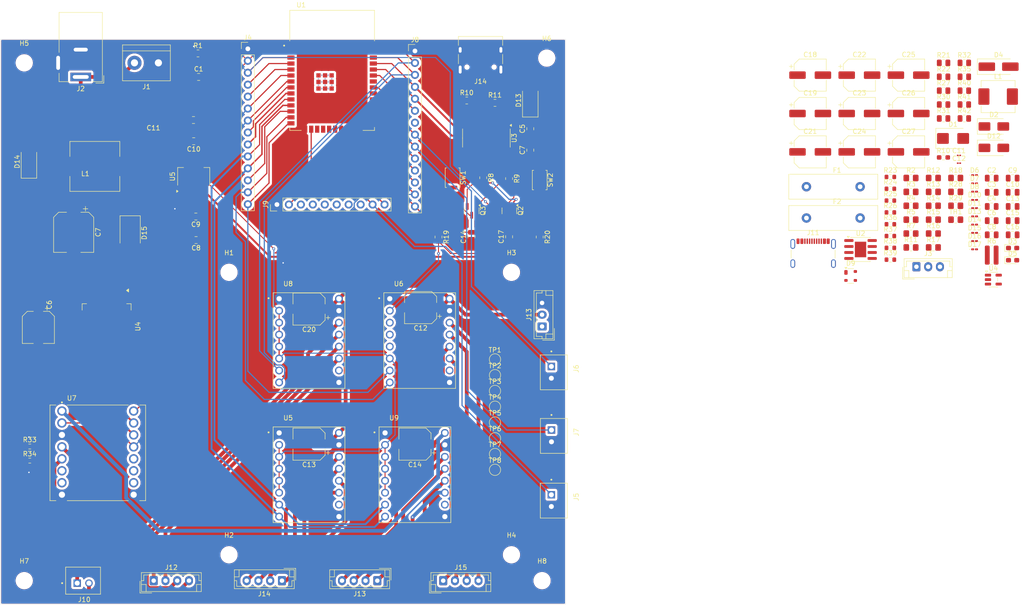
<source format=kicad_pcb>
(kicad_pcb (version 20241229) (generator "pcbnew") (generator_version "9.0")
  (layers (0 "F.Cu" signal) (2 "B.Cu" signal) (13 "F.Paste" user) (15 "B.Paste" user) (5 "F.SilkS" user "F.Silkscreen") (7 "B.SilkS" user "B.Silkscreen") (1 "F.Mask" user) (3 "B.Mask" user) (25 "Edge.Cuts" user))
  (net 0 "")
  (net 1 "GND")
  (net 2 "/EN")
  (net 3 "/3V3")
  (net 4 "/12V_R")
  (net 5 "/0")
  (net 6 "Net-(D14-K)")
  (net 7 "/5V")
  (net 8 "Net-(C3-Pad2)")
  (net 9 "/12V_P")
  (net 10 "/VBUSC")
  (net 11 "/12V")
  (net 12 "Net-(D15-K)")
  (net 13 "/25")
  (net 14 "/12")
  (net 15 "/14")
  (net 16 "/39")
  (net 17 "/36")
  (net 18 "/35")
  (net 19 "/27")
  (net 20 "/32")
  (net 21 "/26")
  (net 22 "/33")
  (net 23 "/34")
  (net 24 "/23")
  (net 25 "/21")
  (net 26 "/TXD")
  (net 27 "Net-(U2-COMP)")
  (net 28 "/22")
  (net 29 "/4")
  (net 30 "/18")
  (net 31 "/16")
  (net 32 "/17")
  (net 33 "/19")
  (net 34 "/RXD")
  (net 35 "/5")
  (net 36 "Net-(D4-K)")
  (net 37 "Net-(U2-BST)")
  (net 38 "Net-(U3-V3)")
  (net 39 "/2")
  (net 40 "/5V_R")
  (net 41 "Net-(C10-Pad1)")
  (net 42 "/15")
  (net 43 "Net-(C11-Pad1)")
  (net 44 "/13")
  (net 45 "/SM2_A1")
  (net 46 "/SM2_B1")
  (net 47 "/SM2_A2")
  (net 48 "/SM2_B2")
  (net 49 "/SM3_B2")
  (net 50 "/SM3_B1")
  (net 51 "/SM3_A1")
  (net 52 "/SM3_A2")
  (net 53 "/SM4_B1")
  (net 54 "/SM4_B2")
  (net 55 "/SM4_A1")
  (net 56 "/SM4_A2")
  (net 57 "/SM1_A2")
  (net 58 "/SM1_A1")
  (net 59 "/SM1_B2")
  (net 60 "/SM1_B1")
  (net 62 "/CC1")
  (net 63 "/DN1")
  (net 64 "/CC2")
  (net 65 "/DP1")
  (net 66 "/~{RTS}")
  (net 67 "Net-(C12-Pad1)")
  (net 68 "Net-(Q2-Pad1)")
  (net 69 "/~{DTR}")
  (net 70 "Net-(U10-VCC)")
  (net 71 "Net-(U11-VCC)")
  (net 72 "Net-(D1-K)")
  (net 73 "Net-(D2-K)")
  (net 74 "Net-(D3-K)")
  (net 75 "Net-(D5-K)")
  (net 76 "Net-(D6-A)")
  (net 77 "Net-(D7-A)")
  (net 78 "Net-(D8-A)")
  (net 79 "/M1A")
  (net 80 "/M1B")
  (net 89 "/D-")
  (net 92 "/VBUS")
  (net 93 "/D+")
  (net 94 "Net-(D10-A)")
  (net 95 "/Any GPIO")
  (net 98 "Net-(D11-A)")
  (net 99 "Net-(D12-K)")
  (net 100 "Net-(D13-A)")
  (net 101 "Net-(D14-A)")
  (net 102 "Net-(D15-A)")
  (net 103 "Net-(D16-A)")
  (net 104 "Net-(D17-A)")
  (net 106 "Net-(J3-Pin_3)")
  (net 114 "Net-(J11-CC1)")
  (net 115 "Net-(J11-CC2)")
  (net 118 "Net-(Q3-Pad1)")
  (net 119 "/EN_SR")
  (net 120 "Net-(U2-FREQ)")
  (net 121 "Net-(Q1-G)")
  (net 122 "/FB")
  (net 123 "/LS_2")
  (net 124 "/LS_3")
  (net 125 "/LS_1")
  (net 126 "/3.3V")
  (net 127 "/M1_S")
  (net 128 "Net-(U6-STEP)")
  (net 129 "/M1_D")
  (net 130 "Net-(U6-DIR)")
  (net 131 "/M3{slash}4_S")
  (net 132 "Net-(U5-STEP)")
  (net 133 "/M3{slash}4_D")
  (net 134 "Net-(U5-DIR)")
  (net 135 "Net-(U7-AI1)")
  (net 136 "Net-(U7-AI2)")
  (net 137 "/M2_S")
  (net 138 "Net-(U9-STEP)")
  (net 139 "Net-(U9-DIR)")
  (net 140 "Net-(U8-STEP)")
  (net 141 "Net-(U8-DIR)")
  (net 142 "/M2_D")
  (footprint "Resistor_SMD:R_0805_2012Metric_Pad1.20x1.40mm_HandSolder" (layer "F.Cu") (at 243.3725 85.365)
    (property "Reference" "R4")
    (property "Value" "100k")
  )
  (footprint "Motor Drivers:MODULE_ROB-14450" (layer "F.Cu") (at 70.626 137.85)
    (property "Reference" "U7")
    (property "Value" "TB6612FNG H-bridge Motor Driver")
  )
  (footprint "TestPoint:TestPoint_Pad_D2.0mm" (layer "F.Cu") (at 155 128.05)
    (property "Reference" "TP4")
    (property "Value" "TP")
  )
  (footprint "Resistor_SMD:R_0805_2012Metric" (layer "F.Cu") (at 149 63)
    (property "Reference" "R10")
    (property "Value" "5.1K")
  )
  (footprint "Capacitor_SMD:C_0805_2012Metric" (layer "F.Cu") (at 260.5125 88.525)
    (property "Reference" "C6")
    (property "Value" "NS")
  )
  (footprint "Diode_SMD:D_SMB" (layer "F.Cu") (at 252.3075 71.065)
    (property "Reference" "D1")
    (property "Value" "SS34")
  )
  (footprint "DRV8825_STEPPER_MOTOR_DRIVER_CARRIER (1):IC_DRV8825_STEPPER_MOTOR_DRIVER_CARRIER" (layer "F.Cu") (at 138 142.5)
    (property "Reference" "U9")
    (property "Value" "DRV8825_STEPPER_MOTOR_DRIVER_CARRIER")
  )
  (footprint "Capacitor_SMD:C_0805_2012Metric" (layer "F.Cu") (at 264.9625 85.515)
    (property "Reference" "C13")
    (property "Value" "0.1uF")
  )
  (footprint "LED_SMD:LED_0603_1608Metric_Pad1.05x0.95mm_HandSolder" (layer "F.Cu") (at 264.9575 94.335)
    (property "Reference" "D3")
    (property "Value" "LED")
  )
  (footprint "Package_TO_SOT_SMD:SOT-23" (layer "F.Cu") (at 150.05 86.4375 -90)
    (property "Reference" "Q3")
    (property "Value" "SS8050")
  )
  (footprint "2 Pin JST_Power&Motors:JST_B2B-XH-A_LF__SN_" (layer "F.Cu") (at 167.5 148 -90)
    (property "Reference" "J5")
    (property "Value" "B2B-XH-A_LF__SN_")
  )
  (footprint "Resistor_SMD:R_0805_2012Metric" (layer "F.Cu") (at 254.7025 55.015)
    (property "Reference" "R32")
    (property "Value" "600")
  )
  (footprint "TestPoint:TestPoint_Pad_D2.0mm" (layer "F.Cu") (at 155 121.35)
    (property "Reference" "TP2")
    (property "Value" "TP")
  )
  (footprint "Connector_JST:JST_EH_B4B-EH-A_1x04_P2.50mm_Vertical" (layer "F.Cu") (at 109.75 165 180)
    (property "Reference" "J14")
    (property "Value" "Conn_01x04_Pin")
  )
  (footprint "Diode_SMD:D_SMA" (layer "F.Cu") (at 260.9775 73.065)
    (property "Reference" "D12")
    (property "Value" "SS14")
  )
  (footprint "Resistor_SMD:R_0805_2012Metric" (layer "F.Cu") (at 254.7025 63.865)
    (property "Reference" "R41")
    (property "Value" "600")
  )
  (footprint "Resistor_SMD:R_0805_2012Metric" (layer "F.Cu") (at 254.7025 60.915)
    (property "Reference" "R40")
    (property "Value" "600")
  )
  (footprint "Resistor_SMD:R_0805_2012Metric_Pad1.20x1.40mm_HandSolder" (layer "F.Cu") (at 248.1225 79.465)
    (property "Reference" "R12")
    (property "Value" "40.2k")
  )
  (footprint "MountingHole:MountingHole_3.2mm_M3" (layer "F.Cu") (at 165 165)
    (property "Reference" "H8")
    (property "Value" "MountingHole")
  )
  (footprint "LED_SMD:LED_0201_0603Metric_Pad0.64x0.40mm_HandSolder" (layer "F.Cu") (at 256.8825 89.365)
    (property "Reference" "D14")
    (property "Value" "Y_LED")
  )
  (footprint "Resistor_SMD:R_0805_2012Metric" (layer "F.Cu") (at 250.2925 60.915)
    (property "Reference" "R27")
    (property "Value" "150")
  )
  (footprint "Capacitor_SMD:C_0805_2012Metric" (layer "F.Cu") (at 264.9625 91.535)
    (property "Reference" "C16")
    (property "Value" "4.7uF")
  )
  (footprint "Capacitor_SMD:CP_Elec_6.3x7.7" (layer "F.Cu") (at 232.4125 65.765)
    (property "Reference" "C23")
    (property "Value" "100n")
  )
  (footprint "MountingHole:MountingHole_3.2mm_M3" (layer "F.Cu") (at 158.5 99.5)
    (property "Reference" "H3")
    (property "Value" "MountingHole")
  )
  (footprint "2 Pin JST_Power&Motors:JST_B2B-XH-A_LF__SN_" (layer "F.Cu") (at 167.5 120.75 -90)
    (property "Reference" "J6")
    (property "Value" "B2B-XH-A_LF__SN_")
  )
  (footprint "Resistor_SMD:R_0805_2012Metric" (layer "F.Cu") (at 155 63.5)
    (property "Reference" "R11")
    (property "Value" "5.1K")
  )
  (footprint "Resistor_SMD:R_0603_1608Metric" (layer "F.Cu") (at 238.9925 84.265)
    (property "Reference" "R25")
    (property "Value" "100")
  )
  (footprint "Resistor_SMD:R_0603_1608Metric" (layer "F.Cu") (at 238.9925 96.815)
    (property "Reference" "R39")
    (property "Value" "100")
  )
  (footprint "2 Pin JST_Power&Motors:JST_B2B-XH-A_LF__SN_" (layer "F.Cu") (at 67.5 165)
    (property "Reference" "J10")
    (property "Value" "B2B-XH-A_LF__SN_")
  )
  (footprint "Resistor_SMD:R_0805_2012Metric_Pad1.20x1.40mm_HandSolder" (layer "F.Cu") (at 248.1225 88.315)
    (property "Reference" "R15")
    (property "Value" "1K")
  )
  (footprint "Capacitor_SMD:C_0805_2012Metric" (layer "F.Cu") (at 264.9625 79.495)
    (property "Reference" "C9")
    (property "Value" "1uF")
  )
  (footprint "Capacitor_SMD:C_0805_2012Metric" (layer "F.Cu") (at 92.05 58)
    (property "Reference" "C1")
    (property "Value" "0.1uF")
  )
  (footprint "MountingHole:MountingHole_3.2mm_M3" (layer "F.Cu") (at 166 54)
    (property "Reference" "H6")
    (property "Value" "MountingHole")
  )
  (footprint "TestPoint:TestPoint_Pad_D2.0mm" (layer "F.Cu") (at 155 141.45)
    (property "Reference" "TP8")
    (property "Value" "TP")
  )
  (footprint "Capacitor_SMD:C_0805_2012Metric" (layer "F.Cu") (at 260.5125 85.515)
    (property "Reference" "C4")
    (property "Value" "100nF")
  )
  (footprint "Capacitor_SMD:C_0805_2012Metric" (layer "F.Cu") (at 91 71.65 180)
    (property "Reference" "C10")
    (property "Value" "0.1uF")
  )
  (footprint "Resistor_SMD:R_0603_1608Metric" (layer "F.Cu") (at 238.9925 79.245)
    (property "Reference" "R23")
    (property "Value" "100")
  )
  (footprint "Connector_PinHeader_2.54mm:PinHeader_1x10_P2.54mm_Vertical" (layer "F.Cu") (at 108.68 85.1 90)
    (property "Reference" "J9")
    (property "Value" "Conn_01x10" (hide yes))
  )
  (footprint "Capacitor_SMD:C_0805_2012Metric" (layer "F.Cu") (at 158 91.95 90)
    (property "Reference" "C17")
    (property "Value" "0.1uF")
  )
  (footprint "MountingHole:MountingHole_3.2mm_M3" (layer "F.Cu") (at 55 165)
    (property "Reference" "H7")
    (property "Value" "MountingHole")
  )
  (footprint "Capacitor_SMD:CP_Elec_6.3x7.7" (layer "F.Cu") (at 58 111.2 -90)
    (property "Reference" "C6")
    (property "Value" "100uF")
  )
  (footprint "Capacitor_SMD:C_0805_2012Metric" (layer "F.Cu") (at 162.5 73.55 90)
    (property "Reference" "C7")
    (property "Value" "0.1uF")
  )
  (footprint "Resistor_SMD:R_0603_1608Metric" (layer "F.Cu") (at 238.9925 94.305)
    (property "Reference" "R38")
    (property "Value" "100")
  )
  (footprint "TestPoint:TestPoint_Pad_D2.0mm" (layer "F.Cu") (at 155 131.4)
    (property "Reference" "TP5")
    (property "Value" "TP")
  )
  (footprint "Capacitor_SMD:CP_Elec_6.3x7.7" (layer "F.Cu") (at 242.8625 57.615)
    (property "Reference" "C25")
    (property "Value" "470u")
  )
  (footprint "MountingHole:MountingHole_3.2mm_M3" (layer "F.Cu") (at 98.5 99.5)
    (property "Reference" "H1")
    (property "Value" "MountingHole")
  )
  (footprint "Connector_PinHeader_2.54mm:PinHeader_1x14_P2.54mm_Vertical" (layer "F.Cu") (at 102.5 52.02)
    (property "Reference" "J4")
    (property "Value" "Conn_01x14")
  )
  (footprint "Diode_SMD:D_SMA" (layer "F.Cu") (at 260.9775 68.515)
    (property "Reference" "D2")
    (property "Value" "SS14")
  )
  (footprint "Capacitor_SMD:CP_Elec_6.3x7.7" (layer "F.Cu") (at 232.4125 57.615)
    (property "Reference" "C22")
    (property "Value" "100n")
  )
  (footprint "Capacitor_SMD:C_01005_0402Metric" (layer "F.Cu") (at 253.5625 74.665)
    (property "Reference" "C11")
    (property "Value" "100nF")
  )
  (footprint "LED_SMD:LED_0603_1608Metric_Pad1.05x0.95mm_HandSolder" (layer "F.Cu") (at 264.9575 96.925)
    (property "Reference" "D5")
    (property "Value" "LED")
  )
  (footprint "Resistor_SMD:R_0805_2012Metric" (layer "F.Cu") (at 158 79.5875 -90)
    (property "Reference" "R9")
    (property "Value" "10K")
  )
  (footprint "Resistor_SMD:R_0603_1608Metric" (layer "F.Cu") (at 238.9925 91.795)
    (property "Reference" "R37")
    (property "Value" "100")
  )
  (footprint "Package_TO_SOT_SMD:SOT-23-5" (layer "F.Cu") (at 260.8625 101.05)
    (property "Reference" "U4")
    (property "Value" "TLV75733PDBV")
  )
  (footprint "2 Pin JST_Power&Motors:JST_B2B-XH-A_LF__SN_" (layer "F.Cu") (at 167.525 134.25 -90)
    (property "Reference" "J7")
    (property "Value" "B2B-XH-A_LF__SN_")
  )
  (footprint "Capacitor_SMD:CP_Elec_6.3x7.7" (layer "F.Cu") (at 221.9625 65.765)
    (property "Reference" "C19")
    (property "Value" "100n")
  )
  (footprint "Resistor_SMD:R_0805_2012Metric_Pad1.20x1.40mm_HandSolder" (layer "F.Cu") (at 243.3725 94.215)
    (property "Reference" "R11")
    (property "Value" "210k")
  )
  (footprint "Capacitor_SMD:C_0805_2012Metric" (layer "F.Cu") (at 91.45 87.65 180)
    (property "Reference" "C9")
    (property "Value" "0.1uF")
  )
  (footprint "Diode_SMD:D_SMB" (layer "F.Cu") (at 77.5 91.15 -90)
    (property "Reference" "D15")
    (property "Value" "SS34")
  )
  (footprint "Resistor_SMD:R_0603_1608Metric" (layer "F.Cu") (at 238.9925 86.775)
    (property "Reference" "R26")
    (property "Value" "100")
  )
  (footprint "LED_SMD:LED_0201_0603Metric_Pad0.64x0.40mm_HandSolder" (layer "F.Cu") (at 256.8825 82.365)
    (property "Reference" "D8")
    (property "Value" "B_LED")
  )
  (footprint "Resistor_SMD:R_0805_2012Metric_Pad1.20x1.40mm_HandSolder" (layer "F.Cu") (at 243.3725 88.315)
    (property "Reference" "R5")
    (property "Value" "100k")
  )
  (footprint "Resistor_SMD:R_0805_2012Metric_Pad1.20x1.40mm_HandSolder" (layer "F.Cu") (at 243.3725 91.265)
    (property "Reference" "R7")
    (property "Value" "1.2k")
  )
  (footprint "Resistor_SMD:R_0815_2038Metric" (layer "F.Cu") (at 260.5125 95.845)
    (property "Reference" "R6")
    (property "Value" "10k")
  )
  (footprint "LED_SMD:LED_0201_0603Metric_Pad0.64x0.40mm_HandSolder" (layer "F.Cu") (at 256.8825 80.615)
    (property "Reference" "D7")
    (property "Value" "G_LED")
  )
  (footprint "TestPoint:TestPoint_Pad_D2.0mm" (layer "F.Cu") (at 155 118)
    (property "Reference" "TP1")
    (property "Value" "TP")
  )
  (footprint "Package_SO:SOIC-8-1EP_3.9x4.9mm_P1.27mm_EP2.41x3.3mm" (layer "F.Cu") (at 232.6525 94.65)
    (property "Reference" "U2")
    (property "Value" "MP1584")
  )
  (footprint "Resistor_SMD:R_0805_2012Metric_Pad1.20x1.40mm_HandSolder" (layer "F.Cu") (at 248.1225 94.215)
    (property "Reference" "R17")
    (property "Value" "10K")
  )
  (footprint "Connector_JST:JST_EH_B4B-EH-A_1x04_P2.50mm_Vertical" (layer "F.Cu") (at 144 165)
    (property "Reference" "J15")
    (property "Value" "Conn_01x04_Pin")
  )
  (footprint "MountingHole:MountingHole_3.2mm_M3" (layer "F.Cu") (at 55 55)
    (property "Reference" "H5")
    (property "Value" "MountingHole")
  )
  (footprint "LED_SMD:LED_0201_0603Metric_Pad0.64x0.40mm_HandSolder" (layer "F.Cu") (at 256.8825 94.615)
    (property "Reference" "D17")
    (property "Value" "Y_LED")
  )
  (footprint "Package_TO_SOT_SMD:TO-263-5_TabPin3" (layer "F.Cu") (at 72.5 111 -90)
    (property "Reference" "U4")
    (property "Value" "LM2576S-5")
  )
  (footprint "Package_TO_SOT_SMD:SOT-23" (layer "F.Cu") (at 158.05 86.4375 -90)
    (property "Reference" "Q2")
    (property "Value" "SS8050")
  )
  (footprint "ESP32-WROOM:XCVR_ESP32-WROOM-32E__4MB_HIGH_TEMP_" (layer "F.Cu") (at 120.405 56.6)
    (property "Reference" "U1")
    (property "Value" "ESP32-WROOM-32E" (hide yes))
  )
  (footprint "LED_SMD:LED_0201_0603Metric_Pad0.64x0.40mm_HandSolder" (layer "F.Cu") (at 256.8825 85.865)
    (property "Reference" "D11")
    (property "Value" "Y_LED")
  )
  (footprint "LED_SMD:LED_0201_0603Metric_Pad0.64x0.40mm_HandSolder" (layer "F.Cu") (at 256.8825 84.115)
    (property "Reference" "D10")
    (property "Value" "B_LED")
  )
  (footprint "Connector_JST:JST_EH_B4B-EH-A_1x04_P2.50mm_Vertical" (layer "F.Cu") (at 82.5 165)
    (property "Reference" "J12")
    (property "Value" "Conn_01x04_Pin")
  )
  (footprint "DRV8825_STEPPER_MOTOR_DRIVER_CARRIER (1):IC_DRV8825_STEPPER_MOTOR_DRIVER_CARRIER" (layer "F.Cu") (at 139 114)
    (property "Reference" "U6")
    (property "Value" "DRV8825_STEPPER_MOTOR_DRIVER_CARRIER")
  )
  (footprint "Fuse:Fuse_Littelfuse-LVR100" (layer "F.Cu") (at 221.1625 87.965)
    (property "Reference" "F2")
    (property "Value" "1A")
  )
  (footprint "Connector_JST:JST_EH_B4B-EH-A_1x04_P2.50mm_Vertical" (layer "F.Cu") (at 130 165 180)
    (property "Reference" "J13")
    (property "Value" "Conn_01x04_Pin")
  )
  (footprint "Button_Switch_SMD:SW_Push_SPST_NO_Alps_SKRK" (layer "F.Cu") (at 146 79.4 -90)
    (property "Reference" "SW1")
    (property "Value" "SW_0")
  )
  (footprint "DRV8825_STEPPER_MOTOR_DRIVER_CARRIER (1):IC_DRV8825_STEPPER_MOTOR_DRIVER_CARRIER" (layer "F.Cu") (at 115.5 114)
    (property "Reference" "U8")
    (property "Value" "DRV8825_STEPPER_MOTOR_DRIVER_CARRIER")
  )
  (footprint "Resistor_SMD:R_0603_1608Metric" (layer "F.Cu") (at 238.9925 81.755)
    (property "Reference" "R24")
    (property "Value" "100")
  )
  (footprint "Resistor_SMD:R_0603_1608Metric" (layer "F.Cu") (at 56.175 139.5)
    (property "Reference" "R34")
    (property "Value" "1k")
  )
  (footprint "Capacitor_SMD:CP_Elec_6.3x7.7" (layer "F.Cu") (at 242.8625 73.915)
    (property "Reference" "C27")
    (property "Value" "100n")
  )
  (footprint "Connector_USB:USB_C_Receptacle_HRO_TYPE-C-31-M-12" (layer "F.Cu") (at 151.93 53.3 180)
    (property "Reference" "J14")
    (property "Value" "USB_C_Receptacle_USB2.0_16P")
  )
  (footprint "LED_SMD:LED_0201_0603Metric_Pad0.64x0.40mm_HandSolder" (layer "F.Cu") (at 256.8825 91.115)
    (property "Reference" "D15")
    (property "Value" "Y_LED")
  )
  (footprint "Capacitor_SMD:C_0805_2012Metric" (layer "F.Cu") (at 260.5125 91.535)
    (property "Reference" "C8")
    (property "Value" "22uF")
  )
  (footprint "Resistor_SMD:R_0805_2012Metric_Pad1.20x1.40mm_HandSolder" (layer "F.Cu") (at 243.3725 82.415)
    (property "Reference" "R3")
    (property "Value" "24.9k")
  )
  (footprint "MountingHole:MountingHole_3.2mm_M3" (layer "F.Cu") (at 158.5 159.5)
    (property "Reference" "H4")
    (property "Value" "MountingHole")
  )
  (footprint "Capacitor_SMD:C_01005_0402Metric" (layer "F.Cu") (at 253.5625 76.315)
    (property "Reference" "C12")
    (property "Value" "100nF")
  )
  (footprint "Connector_BarrelJack:BarrelJack_Wuerth_6941xx301002" (layer "F.Cu") (at 67 58 180)
    (property "Reference" "J2")
    (property "Value" "DCJ200-10-A-XX-X_REVA")
  )
  (footprint "Resistor_SMD:R_0805_2012Metric" (layer "F.Cu") (at 254.7025 57.965)
    (property "Reference" "R35")
    (property "Value" "600")
  )
  (footprint "Resistor_SMD:R_0805_2012Metric_Pad1.20x1.40mm_HandSolder" (layer "F.Cu") (at 248.1225 91.265)
    (property "Reference" "R16")
    (property "Value" "10K")
  )
  (footprint "Package_SO:SOIC-16_3.9x9.9mm_P1.27mm" (layer "F.Cu") (at 153.175 70.975 -90)
    (property "Reference" "U3")
    (property "Value" "CH340C")
  )
  (footprint "Capacitor_SMD:C_0805_2012Metric" (layer "F.Cu") (at 150 91.95 90)
    (property "Reference" "C14")
    (property "Value" "0.1uF")
  )
  (footprint "Capacitor_SMD:CP_Elec_6.3x7.7" (layer "F.Cu") (at 138 136 180)
    (property "Reference" "C14")
    (property "Value" "100u")
  )
  (footprint "Resistor_SMD:R_0805_2012Metric" (layer "F.Cu") (at 250.2925 63.865)
    (property "Reference" "R30")
    (property "Value" "150")
  )
  (footprint "Fuse:Fuse_Littelfuse-LVR100" (layer "F.Cu") (at 221.1625 81.315)
    (property "Reference" "F1")
    (property "Value" "3A")
  )
  (footprint "Resistor_SMD:R_0805_2012Metric" (layer "F.Cu") (at 91.9125 53)
    (property "Reference" "R1")
    (property "Value" "10K")
  )
  (footprint "Resistor_SMD:R_0805_2012Metric" (layer "F.Cu") (at 164.5 92 -90)
    (property "Reference" "R20")
    (property "Value" "10K")
  )
  (footprint "Resistor_SMD:R_0805_2012Metric" (layer "F.Cu") (at 250.2925 57.965)
    (property "Reference" "R22")
    (property "Value" "1.5k")
  )
  (footprint "Button_Switch_SMD:SW_Push_SPST_NO_Alps_SKRK" (layer "F.Cu") (at 164.5 79.9 -90)
    (property "Reference" "SW2")
    (property "Value" "SW_EN")
  )
  (footprint "Resistor_SMD:R_0805_2012Metric_Pad1.20x1.40mm_HandSolder" (layer "F.Cu") (at 243.3725 79.465)
    (property "Reference" "R2")
    (property "Value" "100k")
  )
  (footprint "Package_TO_SOT_SMD:SOT-143" (layer "F.Cu") (at 230.5525 100.27)
    (property "Reference" "D9")
    (property "Value" "SP0503BAHT")
  )
  (footprint "Capacitor_SMD:C_0805_2012Metric" (layer "F.Cu") (at 260.5125 79.495)
    (property "Reference" "C2")
    (property "Value" "10uF")
  )
  (footprint "Resistor_SMD:R_0603_1608Metric" (layer "F.Cu") (at 238.9925 89.285)
    (property "Reference" "R36")
    (property "Value" "100")
  )
  (footprint "LED_SMD:LED_0201_0603Metric_Pad0.64x0.40mm_HandSolder" (layer "F.Cu") (at 256.8825 92.865)
    (property "Reference" "D16")
    (property "Value" "Y_LED")
  )
  (footprint "Resistor_SMD:R_0805_2012Metric" (layer "F.Cu") (at 152.5 79.4125 -90)
    (property "Reference" "R8")
    (property "Value" "10K")
  )
  (footprint "Capacitor_SMD:CP_Elec_6.3x7.7" (layer "F.Cu") (at 115.5 136 180)
    (property "Reference" "C13")
    (property "Value" "100u")
  )
  (footprint "Resistor_SMD:R_0805_2012Metric" (layer "F.Cu") (at 250.2925 55.015)
    (property "Reference" "R21")
    (property "Value" "4.7k")
  )
  (footprint "Capacitor_SMD:C_0805_2012Metric" (layer "F.Cu") (at 264.9625 88.525)
    (property "Reference" "C15")
    (property "Value" "1uF")
  )
  (footprint "Connector_JST:JST_EH_B3B-EH-A_1x03_P2.50mm_Vertical" (layer "F.Cu") (at 165 111 90)
    (property "Reference" "J13")
    (property "Value" "Conn_01x03_Pin")
  )
  (footprint "DRV8825_STEPPER_MOTOR_DRIVER_CARRIER (1):IC_DRV8825_STEPPER_MOTOR_DRIVER_CARRIER" (layer "F.Cu") (at 115.5 142.5)
    (property "Reference" "U5")
    (property "Value" "DRV8825_STEPPER_MOTOR_DRIVER_CARRIER")
  )
  (footprint "Connector_PinHeader_2.54mm:PinHeader_1x14_P2.54mm_Vertical" (layer "F.Cu") (at 138 52.48)
    (property "Reference" "J8")
    (property "Value" "Conn_01x14")
  )
  (footprint "Resistor_SMD:R_0603_1608Metric_Pad0.98x0.95mm_HandSolder" (layer "F.Cu") (at 250.2625 75.095)
    (property "Reference" "R10")
    (property "Value" "330")
  )
  (footprint "Diode_SMD:D_SMA" (layer "F.Cu") (at 162.5 63 90)
    (property "Reference" "D13")
    (property "Value" "SS14")
  )
  (footprint "Capacitor_SMD:C_0805_2012Metric" (layer "F.Cu") (at 264.9625 82.505)
    (property "Reference" "C10")
    (property "Value" "100nF")
  )
  (footprint "TestPoint:TestPoint_Pad_D2.0mm" (layer "F.Cu") (at 155 124.7)
    (property "Reference" "TP3")
    (property "Value" "TP")
  )
  (footprint "Diode_SMD:D_SMA_Handsoldering" (layer "F.Cu") (at 261.9775 55.815)
    (property "Reference" "D4")
    (property "Value" "D_Schottky")
  )
  (footprint "Capacitor_SMD:CP_Elec_6.3x7.7" (layer "F.Cu") (at 221.9625 57.615)
    (property "Reference" "C18")
    (property "Value" "100n")
  )
  (footprint "Connector_JST:JST_EH_B3B-EH-A_1x03_P2.50mm_Vertical" (layer "F.Cu") (at 244.5225 98.315)
    (property "Reference" "J3")
    (property "Value" "Conn_01x03_Pin")
  )
  (footprint "Inductor_SMD:L_Sunlord_MWSA0603S" (layer "F.Cu") (at 261.8825 62.165)
    (property "Reference" "L1")
    (property "Value" "15uH")
  )
  (footprint "Diode_SMD:D_SMA" (layer "F.Cu") (at 56 76 90)
    (property "Reference" "D14")
    (property "Value" "SS24")
  )
  (footprint "LED_SMD:LED_0201_0603Metric_Pad0.64x0.40mm_HandSolder" (layer "F.Cu") (at 256.8825 78.865)
    (property "Reference" "D6")
    (property "Value" "R_LED")
  )
  (footprint "Capacitor_SMD:CP_Elec_8x10" (layer "F.Cu") (at 65.5 91 -90)
    (property "Reference" "C7")
    (property "Value" "470uF")
  )
  (footprint "Capacitor_SMD:C_0805_2012Metric" (layer "F.Cu") (at 260.5125 82.505)
    (property "Reference" "C3")
    (property "Value" "150pF")
  )
  (footprint "Resistor_SMD:R_0805_2012Metric" (layer "F.Cu") (at 254.7025 66.815)
    (property "Reference" "R42")
    (property "Value" "600")
  )
  (footprint "Resistor_SMD:R_0603_1608Metric" (layer "F.Cu") (at 56.175 136.5)
    (property "Reference" "R33")
    (property "Value" "1k")
  )
  (footprint "Capacitor_SMD:C_0805_2012Metric" (layer "F.Cu") (at 90.95 67.15 180)
    (property "Reference" "C11")
    (property "Value" "22uF")
  )
  (footprint "Resistor_SMD:R_0805_2012Metric" (layer "F.Cu") (at 250.2925 66.815)
    (property "Reference" "R31")
    (property "Value" "600")
  )
  (footprint "MountingHole:MountingHole_3.2mm_M3" (layer "F.Cu") (at 98.5 159.5)
    (property "Reference" "H2")
    (property "Value" "MountingHole")
  )
  (footprint "LED_SMD:LED_0201_0603Metric_Pad0.64x0.40mm_HandSolder" (layer "F.Cu") (at 256.8825 87.615)
    (property "Reference" "D13")
    (property "Value" "Y_LED")
  )
  (footprint "Capacitor_SMD:CP_Elec_6.3x7.7" (layer "F.Cu") (at 242.8625 65.765)
    (property "Reference" "C26")
    (property "Value" "470u")
  )
  (footprint "Capacitor_SMD:CP_Elec_6.3x7.7" (layer "F.Cu") (at 139.2 107 180)
    (property "Reference" "C12")
    (property "Value" "100u")
  )
  (footprint "TestPoint:TestPoint_Pad_D2.0mm" (layer "F.Cu") (at 155 134.75)
    (property "Reference" "TP6")
    (property "Value" "TP")
  )
  (footprint "Resistor_SMD:R_0805_2012Metric" (layer "F.Cu") (at 143 92 -90)
    (property "Reference" "R19")
    (property "Value" "10K")
  )
  (footprint "Resistor_SMD:R_0805_2012Metric_Pad1.20x1.40mm_HandSolder" (layer "F.Cu") (at 252.8725 85.365)
    (property "Reference" "R29")
    (property "Value" "5.1K")
  )
  (footprint "Inductor_SMD:L_10.4x10.4_H4.8" (layer "F.Cu") (at 70 77 180)
    (property "Reference" "L1")
    (property "Value" "100uH")
  )
  (footprint "Resistor_SMD:R_0805_2012Metric_Pad1.20x1.40mm_HandSolder" (layer "F.Cu") (at 252.8725 79.465)
    (property "Reference" "R18")
    (property "Value" "10K")
  )
  (footprint "Capacitor_SMD:C_0805_2012Metric" (layer "F.Cu") (at 91.5 92.65 180)
    (property "Reference" "C8")
    (property "Value" "10uF")
  )
  (footprint "Package_TO_SOT_SMD:SOT-223-3_TabPin2" (layer "F.Cu") (at 91 79.15 90)
    (property "Reference" "U5")
    (property "Value" "AMS1117-3.3")
  )
  (footprint "Capacitor_SMD:CP_Elec_6.3x7.7" (layer "F.Cu") (at 221.9625 73.915)
    (property "Reference" "C21")
    (property "Value" "470u")
  )
  (footprint "Resistor_SMD:R_0805_2012Metric_Pad1.20x1.40mm_HandSolder" (layer "F.Cu") (at 248.1225 85.365)
    (property "Reference" "R14")
    (property "Value" "1K")
  )
  (footprint "Connector_USB:USB_C_Receptacle_GCT_USB4105-xx-A_16P_TopMnt_Horizontal" (layer "F.Cu") (at 222.5825 96.575)
    (property "Reference" "J11")
    (property "Value" "USB_C_Receptacle_USB2.0_16P")
  )
  (footprint "Resistor_SMD:R_0805_2012Metric_Pad1.20x1.40mm_HandSolder" (layer "F.Cu") (at 248.1225 82.415)
    (property "Reference" "R13")
    (property "Value" "1K")
  )
  (footprint "TerminalBlock:TerminalBlock_bornier-2_P5.08mm" (layer "F.Cu") (at 83.5 55 180)
    (property "Reference" "J1")
    (property "Value" "Screw_Terminal_01x02")
  )
  (footprint "TestPoint:TestPoint_Pad_D2.0mm" (layer "F.Cu") (at 155 138.1)
    (property "Reference" "TP7")
    (property "Value" "TP")
  )
  (footprint "Resistor_SMD:R_0805_2012Metric_Pad1.20x1.40mm_HandSolder" (layer "F.Cu") (at 252.8725 88.315)
    (property "Reference" "TH1")
    (property "Value" "10k")
  )
  (footprint "Capacitor_SMD:CP_Elec_6.3x7.7" (layer "F.Cu") (at 232.4125 73.915)
    (property "Reference" "C24")
    (property "Value" "100n")
  )
  (footprint "Capacitor_SMD:CP_Elec_6.3x7.7" (layer "F.Cu") (at 115.5 107.3 180)
    (property "Reference" "C20")
    (property "Value" "470u")
  )
  (footprint "Resistor_SMD:R_0805_2012Metric_Pad1.20x1.40mm_HandSolder" (layer "F.Cu") (at 252.8725 82.415)
    (property "Reference" "R28")
    (property "Value" "5.1K")
  )
  (footprint "Capacitor_SMD:C_0805_2012Metric" (layer "F.Cu") (at 162.5 69 90)
    (property "Reference" "C5")
    (property "Value" "0.1uF")
  )
  (gr_rect (start 50 50) (end 170 170) (stroke (width 0.05)) (fill no) (layer "Edge.Cuts"))
  (segment (start 134.04 136) (end 131.65 133.61) (width 0.8) (layer "F.Cu") (net 1))
  (segment (start 90 67.15) (end 90 61) (width 0.2) (layer "F.Cu") (net 1))
  (segment (start 135.3 136) (end 134.04 136) (width 0.8) (layer "F.Cu") (net 1))
  (segment (start 70.140576 106.251) (end 72.249 106.251) (width 0.8) (layer "F.Cu") (net 1))
  (segment (start 69.1 103.35) (end 69.1 105.210424) (width 0.8) (layer "F.Cu") (net 1))
  (segment (start 69.1 105.210424) (end 70.140576 106.251) (width 0.8) (layer "F.Cu") (net 1))
  (segment (start 72.5 106) (end 72.5 103.35) (width 0.8) (layer "F.Cu") (net 1))
  (segment (start 90 61) (end 93 58) (width 0.2) (layer "F.Cu") (net 1))
  (segment (start 72.249 106.251) (end 72.5 106) (width 0.8) (layer "F.Cu") (net 1))
  (segment (start 105.72 53.88) (end 102.5 57.1) (width 0.25) (layer "F.Cu") (net 2))
  (segment (start 158 91) (end 164.4125 91) (width 0.2) (layer "F.Cu") (net 2))
  (segment (start 158.05 87.375) (end 155.875 87.375) (width 0.2) (layer "F.Cu") (net 2))
  (segment (start 158.05 90.95) (end 158 91) (width 0.2) (layer "F.Cu") (net 2))
  (segment (start 91.1 53.6) (end 91.1 58) (width 0.2) (layer "F.Cu") (net 2))
  (segment (start 91 51.5) (end 91 53) (width 0.2) (layer "F.Cu") (net 2))
  (segment (start 91 53) (end 91 53.5) (width 0.2) (layer "F.Cu") (net 2))
  (segment (start 155.875 87.375) (end 153 84.5) (width 0.2) (layer "F.Cu") (net 2))
  (segment (start 111.655 53.88) (end 105.72 53.88) (width 0.25) (layer "F.Cu") (net 2))
  (segment (start 158.05 87.375) (end 158.05 90.95) (width 0.2) (layer "F.Cu") (net 2))
  (segment (start 164.5 82) (end 159.5 87) (width 0.2) (layer "F.Cu") (net 2))
  (segment (start 158.425 87) (end 158.05 87.375) (width 0.2) (layer "F.Cu") (net 2))
  (segment (start 164.4125 91) (end 164.5 91.0875) (width 0.2) (layer "F.Cu") (net 2))
  (segment (start 91 53.5) (end 91.1 53.6) (width 0.2) (layer "F.Cu") (net 2))
  (segment (start 159.5 87) (end 158.425 87) (width 0.2) (layer "F.Cu") (net 2))
  (via (at 153 84.5) (size 0.6) (drill 0.3) (layers "F.Cu" "B.Cu") (net 2))
  (via (at 91 51.5) (size 0.6) (drill 0.3) (layers "F.Cu" "B.Cu") (net 2))
  (segment (start 96.9 51.5) (end 91 51.5) (width 0.2) (layer "B.Cu") (net 2))
  (segment (start 145.5 77) (end 145.5 57) (width 0.2) (layer "B.Cu") (net 2))
  (segment (start 145.5 57) (end 142.369 53.869) (width 0.2) (layer "B.Cu") (net 2))
  (segment (start 142.369 53.869) (end 105.731 53.869) (width 0.2) (layer "B.Cu") (net 2))
  (segment (start 105.731 53.869) (end 102.5 57.1) (width 0.2) (layer "B.Cu") (net 2))
  (segment (start 102.5 57.1) (end 96.9 51.5) (width 0.2) (layer "B.Cu") (net 2))
  (segment (start 153 84.5) (end 145.5 77) (width 0.2) (layer "B.Cu") (net 2))
  (segment (start 102.5 54.56) (end 100.94 53) (width 0.2) (layer "F.Cu") (net 3))
  (segment (start 165.801 91.6115) (end 164.5 92.9125) (width 0.2) (layer "F.Cu") (net 3))
  (segment (start 161.9125 95.5) (end 145.5 95.5) (width 0.2) (layer "F.Cu") (net 3))
  (segment (start 143 92.9125) (end 143 95.5) (width 0.2) (layer "F.Cu") (net 3))
  (segment (start 109.15 117.81) (end 109.15 115.27) (width 0.2) (layer "F.Cu") (net 3))
  (segment (start 109.15 112.73) (end 109.15 107.65) (width 0.2) (layer "F.Cu") (net 3))
  (segment (start 91 76) (end 91 82.3) (width 0.2) (layer "F.Cu") (net 3))
  (segment (start 111.655 52.61) (end 104.45 52.61) (width 0.2) (layer "F.Cu") (net 3))
  (segment (start 164.5 92.9125) (end 161.9125 95.5) (width 0.2) (layer "F.Cu") (net 3))
  (segment (start 94.499 80.999) (end 108 94.5) (width 0.2) (layer "F.Cu") (net 3))
  (segment (start 157.62 73.45) (end 161.12 69.95) (width 0.2) (layer "F.Cu") (net 3))
  (segment (start 91.9 67.15) (end 91.9 71.6) (width 0.2) (layer "F.Cu") (net 3))
  (segment (start 109.15 136.15) (end 109.15 146.31) (width 0.2) (layer "F.Cu") (net 3))
  (segment (start 145.5 95.5) (end 145.5 95.4125) (width 0.2) (layer "F.Cu") (net 3))
  (segment (start 157.919999 73.45) (end 165.801 81.331001) (width 0.2) (layer "F.Cu") (net 3))
  (segment (start 91.599 82.899) (end 91 82.3) (width 0.2) (layer "F.Cu") (net 3))
  (segment (start 91.9 65.16) (end 102.5 54.56) (width 0.2) (layer "F.Cu") (net 3))
  (segment (start 109.15 112.73) (end 109.15 117.81) (width 0.2) (layer "F.Cu") (net 3))
  (segment (start 131.65 136.15) (end 131.65 146.31) (width 0.2) (layer "F.Cu") (net 3))
  (segment (start 90.7 82.3) (end 91 82.3) (width 0.25) (layer "F.Cu") (net 3))
  (segment (start 108.72 136.58) (end 109.15 136.15) (width 0.25) (layer "F.Cu") (net 3))
  (segment (start 157.62 73.45) (end 157.919999 73.45) (width 0.2) (layer "F.Cu") (net 3))
  (segment (start 165.801 81.331001) (end 165.801 91.6115) (width 0.2) (layer "F.Cu") (net 3))
  (segment (start 73.166 131.5) (end 78.246 136.58) (width 0.25) (layer "F.Cu") (net 3))
  (segment (start 91 82.3) (end 92.301 80.999) (width 0.2) (layer "F.Cu") (net 3))
  (segment (start 145.5 95.4125) (end 143 92.9125) (width 0.2) (layer "F.Cu") (net 3))
  (segment (start 102.5 54.56) (end 102.54 54.6) (width 0.3) (layer "F.Cu") (net 3))
  (segment (start 92.301 80.999) (end 94.499 80.999) (width 0.2) (layer "F.Cu") (net 3))
  (segment (start 100.94 53) (end 92.825 53) (width 0.2) (layer "F.Cu") (net 3))
  (segment (start 91.9 71.6) (end 91.95 71.65) (width 0.2) (layer "F.Cu") (net 3))
  (segment (start 91.95 71.65) (end 91.95 75.05) (width 0.2) (layer "F.Cu") (net 3))
  (segment (start 109.15 110.19) (end 108.47884 110.19) (width 0.2) (layer "F.Cu") (net 3))
  (segment (start 109.15 115.27) (end 109.15 112.73) (width 0.2) (layer "F.Cu") (net 3))
  (segment (start 63.006 131.5) (end 73.166 131.5) (width 0.25) (layer "F.Cu") (net 3))
  (segment (start 91.9 67.15) (end 91.9 65.16) (width 0.2) (layer "F.Cu") (net 3))
  (segment (start 104.45 52.61) (end 102.5 54.56) (width 0.2) (layer "F.Cu") (net 3))
  (segment (start 161.12 69.95) (end 162.5 69.95) (width 0.2) (layer "F.Cu") (net 3))
  (segment (start 91.95 75.05) (end 91 76) (width 0.2) (layer "F.Cu") (net 3))
  (segment (start 87 86) (end 90.7 82.3) (width 0.25) (layer "F.Cu") (net 3))
  (via (at 108 94.5) (size 0.6) (drill 0.3) (layers "F.Cu" "B.Cu") (net 3))
  (via (at 87 86) (size 0.6) (drill 0.3) (layers "F.Cu" "B.Cu") (net 3))
  (via (at 143 95.5) (size 0.6) (drill 0.3) (layers "F.Cu" "B.Cu") (net 3))
  (segment (start 109.15 117.81) (end 110.276 116.684) (width 0.2) (layer "B.Cu") (net 3))
  (segment (start 131.65 136.15) (end 133.776 134.024) (width 0.2) (layer "B.Cu") (net 3))
  (segment (start 109.15 138.69) (end 110.34 137.5) (width 0.2) (layer "B.Cu") (net 3))
  (segment (start 131.524 116.684) (end 132.65 117.81) (width 0.2) (layer "B.Cu") (net 3))
  (segment (start 133.776 134.024) (end 133.776 118.936) (width 0.2) (layer "B.Cu") (net 3))
  (segment (start 143 95.5) (end 143 97.3) (width 0.2) (layer "B.Cu") (net 3))
  (segment (start 108.024 94.524) (end 108.024 106.524) (width 0.2) (layer "B.Cu") (net 3))
  (segment (start 108.024 106.524) (end 109.15 107.65) (width 0.2) (layer "B.Cu") (net 3))
  (segment (start 110.276 137.564) (end 109.15 138.69) (width 0.2) (layer "B.Cu") (net 3))
  (segment (start 110.276 116.684) (end 131.524 116.684) (width 0.2) (layer "B.Cu") (net 3))
  (segment (start 143 97.3) (end 132.65 107.65) (width 0.2) (layer "B.Cu") (net 3))
  (segment (start 87 127.826) (end 87 86) (width 0.25) (layer "B.Cu") (net 3))
  (segment (start 110.34 137.5) (end 130.3 137.5) (width 0.2) (layer "B.Cu") (net 3))
  (segment (start 108.72 136.58) (end 109.15 136.15) (width 0.25) (layer "B.Cu") (net 3))
  (segment (start 78.246 136.58) (end 87 127.826) (width 0.25) (layer "B.Cu") (net 3))
  (segment (start 133.776 118.936) (end 132.65 117.81) (width 0.2) (layer "B.Cu") (net 3))
  (segment (start 130.3 137.5) (end 131.65 136.15) (width 0.2) (layer "B.Cu") (net 3))
  (segment (start 149.595532 87.375) (end 150.05 87.375) (width 0.2) (layer "F.Cu") (net 5))
  (segment (start 150 88) (end 150 91) (width 0.2) (layer "F.Cu") (net 5))
  (segment (start 146 81.5) (end 146 83.779468) (width 0.2) (layer "F.Cu") (net 5))
  (segment (start 138 85.5) (end 143 90.5) (width 0.25) (layer "F.Cu") (net 5))
  (segment (start 143 90.5) (end 143 91.0875) (width 0.25) (layer "F.Cu") (net 5))
  (segment (start 138 85.5) (end 138 84.781529) (width 0.3) (layer "F.Cu") (net 5))
  (segment (start 146 83.779468) (end 149.595532 87.375) (width 0.2) (layer "F.Cu") (net 5))
  (segment (start 150.05 87.95) (end 150 88) (width 0.2) (layer "F.Cu") (net 5))
  (segment (start 150 91) (end 143.0875 91) (width 0.2) (layer "F.Cu") (net 5))
  (segment (start 143.0875 91) (end 143 91.0875) (width 0.2) (layer "F.Cu") (net 5))
  (segment (start 129.155 76.655) (end 138 85.5) (width 0.25) (layer "F.Cu") (net 5))
  (segment (start 150.05 87.375) (end 150.05 87.95) (width 0.2) (layer "F.Cu") (net 5))
  (segment (start 129.155 67.85) (end 129.155 76.655) (width 0.25) (layer "F.Cu") (net 5))
  (segment (start 78 119.5) (end 80.5 117) (width 0.8) (layer "F.Cu") (net 6))
  (segment (start 58 110) (end 67.5 119.5) (width 0.8) (layer "F.Cu") (net 6))
  (segment (start 80.5 107.95) (end 75.9 103.35) (width 0.8) (layer "F.Cu") (net 6))
  (segment (start 67.5 119.5) (end 78 119.5) (width 0.8) (layer "F.Cu") (net 6))
  (segment (start 80.5 117) (end 80.5 107.95) (width 0.8) (layer "F.Cu") (net 6))
  (segment (start 56 78) (end 56 106.5) (width 0.8) (layer "F.Cu") (net 6))
  (segment (start 56 106.5) (end 58 108.5) (width 0.8) (layer "F.Cu") (net 6))
  (segment (start 58 108.5) (end 58 110) (width 0.8) (layer "F.Cu") (net 6))
  (segment (start 65.5 87.75) (end 70.8 93.05) (width 0.4) (layer "F.Cu") (net 7))
  (segment (start 93.3 82.3) (end 93.3 86.75) (width 0.4) (layer "F.Cu") (net 7))
  (segment (start 92.4 92.6) (end 92.45 92.65) (width 0.4) (layer "F.Cu") (net 7))
  (segment (start 83 88) (end 90 95) (width 0.4) (layer "F.Cu") (net 7))
  (segment (start 162.5 65) (end 166.302 68.802) (width 0.4) (layer "F.Cu") (net 7))
  (segment (start 166.302 68.802) (end 166.302 92.75058) (width 0.4) (layer "F.Cu") (net 7))
  (segment (start 65.85 77) (end 65.85 87.4) (width 0.4) (layer "F.Cu") (net 7))
  (segment (start 162.85158 96.201) (end 107.201 96.201) (width 0.4) (layer "F.Cu") (net 7))
  (segment (start 90 95) (end 91.5 95) (width 0.4) (layer "F.Cu") (net 7))
  (segment (start 93.3 86.75) (end 92.4 87.65) (width 0.4) (layer "F.Cu") (net 7))
  (segment (start 80.5 72) (end 83 74.5) (width 0.4) (layer "F.Cu") (net 7))
  (segment (start 65.85 75.15) (end 69 72) (width 0.4) (layer "F.Cu") (net 7))
  (segment (start 70.8 93.05) (end 70.8 103.35) (width 0.4) (layer "F.Cu") (net 7))
  (segment (start 107.201 96.201) (end 93.3 82.3) (width 0.4) (layer "F.Cu") (net 7))
  (segment (start 92.45 94.05) (end 92.45 92.65) (width 0.4) (layer "F.Cu") (net 7))
  (segment (start 92.4 87.65) (end 92.4 92.6) (width 0.4) (layer "F.Cu") (net 7))
  (segment (start 65.85 87.4) (end 65.5 87.75) (width 0.4) (layer "F.Cu") (net 7))
  (segment (start 91.5 95) (end 92.45 94.05) (width 0.4) (layer "F.Cu") (net 7))
  (segment (start 83 74.5) (end 83 88) (width 0.4) (layer "F.Cu") (net 7))
  (segment (start 69 72) (end 80.5 72) (width 0.4) (layer "F.Cu") (net 7))
  (segment (start 65.85 77) (end 65.85 75.15) (width 0.4) (layer "F.Cu") (net 7))
  (segment (start 166.302 92.75058) (end 162.85158 96.201) (width 0.4) (layer "F.Cu") (net 7))
  (segment (start 141.9 107) (end 143.46 107) (width 0.8) (layer "F.Cu") (net 9))
  (segment (start 121.85 133.61) (end 123.276 132.184) (width 0.8) (layer "F.Cu") (net 9))
  (segment (start 140.7 136) (end 141.96 136) (width 0.8) (layer "F.Cu") (net 9))
  (segment (start 141.96 136) (end 144.35 133.61) (width 0.8) (layer "F.Cu") (net 9))
  (segment (start 121.85 105.11) (end 123.276 103.684) (width 0.8) (layer "F.Cu") (net 9))
  (segment (start 119.66 107.3) (end 121.85 105.11) (width 0.8) (layer "F.Cu") (net 9))
  (segment (start 123.276 103.684) (end 143.924 103.684) (width 0.8) (layer "F.Cu") (net 9))
  (segment (start 119.46 136) (end 121.85 133.61) (width 0.8) (layer "F.Cu") (net 9))
  (segment (start 123.276 106.536) (end 121.85 105.11) (width 0.8) (layer "F.Cu") (net 9))
  (segment (start 123.276 132.184) (end 123.276 106.536) (width 0.8) (layer "F.Cu") (net 9))
  (segment (start 143.46 107) (end 145.35 105.11) (width 0.8) (layer "F.Cu") (net 9))
  (segment (start 165 108.5) (end 148.74 108.5) (width 0.8) (layer "F.Cu") (net 9))
  (segment (start 118.2 107.3) (end 119.66 107.3) (width 0.8) (layer "F.Cu") (net 9))
  (segment (start 148.74 108.5) (end 145.35 105.11) (width 0.8) (layer "F.Cu") (net 9))
  (segment (start 140.7 108.2) (end 140.7 136) (width 0.8) (layer "F.Cu") (net 9))
  (segment (start 118.2 136) (end 119.46 136) (width 0.8) (layer "F.Cu") (net 9))
  (segment (start 143.924 103.684) (end 145.35 105.11) (width 0.8) (layer "F.Cu") (net 9))
  (segment (start 141.9 107) (end 140.7 108.2) (width 0.8) (layer "F.Cu") (net 9))
  (segment (start 83.657986 154.402) (end 131.598 154.402) (width 0.8) (layer "B.Cu") (net 9))
  (segment (start 76.655 147.399014) (end 83.657986 154.402) (width 0.8) (layer "B.Cu") (net 9))
  (segment (start 76.655 142.609) (end 76.655 147.399014) (width 0.8) (layer "B.Cu") (net 9))
  (segment (start 142.924 143.076) (end 142.924 135.036) (width 0.8) (layer "B.Cu") (net 9))
  (segment (start 63.006 128.96) (end 76.655 142.609) (width 0.8) (layer "B.Cu") (net 9))
  (segment (start 131.598 154.402) (end 142.924 143.076) (width 0.8) (layer "B.Cu") (net 9))
  (segment (start 142.924 135.036) (end 144.35 133.61) (width 0.8) (layer "B.Cu") (net 9))
  (segment (start 149.48 57.345) (end 149.48 56.568) (width 0.2) (layer "F.Cu") (net 10))
  (segment (start 154.38 57.345) (end 154.38 58.12) (width 0.2) (layer "F.Cu") (net 10))
  (segment (start 157.26 61) (end 162.5 61) (width 0.2) (layer "F.Cu") (net 10))
  (segment (start 154.279 56.319) (end 154.38 56.42) (width 0.2) (layer "F.Cu") (net 10))
  (segment (start 154.38 56.42) (end 154.38 57.345) (width 0.2) (layer "F.Cu") (net 10))
  (segment (start 149.729 56.319) (end 154.279 56.319) (width 0.2) (layer "F.Cu") (net 10))
  (segment (start 154.38 58.12) (end 157.26 61) (width 0.2) (layer "F.Cu") (net 10))
  (segment (start 149.48 56.568) (end 149.729 56.319) (width 0.2) (layer "F.Cu") (net 10))
  (segment (start 67 63) (end 56 74) (width 0.8) (layer "F.Cu") (net 11))
  (segment (start 75.42 58) (end 78.42 55) (width 0.8) (layer "F.Cu") (net 11))
  (segment (start 67 58) (end 67 63) (width 0.8) (layer "F.Cu") (net 11))
  (segment (start 67 58) (end 75.42 58) (width 0.8) (layer "F.Cu") (net 11))
  (segment (start 74.2 92.3) (end 74.2 103.35) (width 0.4) (layer "F.Cu") (net 12))
  (segment (start 74.15 77) (end 74.15 85.65) (width 0.4) (layer "F.Cu") (net 12))
  (segment (start 77.5 89) (end 74.2 92.3) (width 0.4) (layer "F.Cu") (net 12))
  (segment (start 74.15 85.65) (end 77.5 89) (width 0.4) (layer "F.Cu") (net 12))
  (segment (start 111.655 62.77) (end 110.358 62.77) (width 0.25) (layer "F.Cu") (net 13))
  (segment (start 110.358 62.77) (end 105 68.128) (width 0.25) (layer "F.Cu") (net 13))
  (segment (start 105 68.128) (end 105 72.38) (width 0.25) (layer "F.Cu") (net 13))
  (segment (start 105 72.38) (end 102.5 74.88) (width 0.25) (layer "F.Cu") (net 13))
  (segment (start 94.799 81.378919) (end 101.297919 74.88) (width 0.4) (layer "B.Cu") (net 13))
  (segment (start 101.297919 74.88) (end 102.5 74.88) (width 0.4) (layer "B.Cu") (net 13))
  (segment (start 109.15 151.39) (end 111.361 153.601) (width 0.4) (layer "B.Cu") (net 13))
  (segment (start 94.799 137.039) (end 94.799 81.378919) (width 0.4) (layer "B.Cu") (net 13))
  (segment (start 109.15 151.39) (end 94.799 137.039) (width 0.4) (layer "B.Cu") (net 13))
  (segment (start 111.361 153.601) (end 129.439 153.601) (width 0.4) (layer "B.Cu") (net 13))
  (segment (start 129.439 153.601) (end 131.65 151.39) (width 0.4) (layer "B.Cu") (net 13))
  (segment (start 111.655 67.85) (end 111.15 67.85) (width 0.25) (layer "F.Cu") (net 14))
  (segment (start 107 80.54) (end 102.5 85.04) (width 0.25) (layer "F.Cu") (net 14))
  (segment (start 111.15 67.85) (end 107 72) (width 0.25) (layer "F.Cu") (net 14))
  (segment (start 107 72) (end 107 80.54) (width 0.25) (layer "F.Cu") (net 14))
  (segment (start 102.5 120.5) (end 102.5 85.04) (width 0.25) (layer "B.Cu") (net 14))
  (segment (start 107 125) (end 102.5 120.5) (width 0.25) (layer "B.Cu") (net 14))
  (segment (start 128 125) (end 107 125) (width 0.25) (layer "B.Cu") (net 14))
  (segment (start 132.65 120.35) (end 128 125) (width 0.25) (layer "B.Cu") (net 14))
  (segment (start 106.537583 78.462417) (end 102.5 82.5) (width 0.25) (layer "F.Cu") (net 15))
  (segment (start 106.537583 70.697417) (end 106.537583 78.462417) (width 0.25) (layer "F.Cu") (net 15))
  (segment (start 111.655 66.58) (end 110.655 66.58) (width 0.25) (layer "F.Cu") (net 15))
  (segment (start 110.655 66.58) (end 106.537583 70.697417) (width 0.25) (layer "F.Cu") (net 15))
  (segment (start 100 91) (end 100 83.5) (width 0.25) (layer "B.Cu") (net 15))
  (segment (start 106 126.5) (end 102 122.5) (width 0.25) (layer "B.Cu") (net 15))
  (segment (start 101 82.5) (end 102.5 82.5) (width 0.25) (layer "B.Cu") (net 15))
  (segment (start 129.04 126.5) (end 106 126.5) (width 0.25) (layer "B.Cu") (net 15))
  (segment (start 102 93) (end 100 91) (width 0.25) (layer "B.Cu") (net 15))
  (segment (start 102 122.5) (end 102 93) (width 0.25) (layer "B.Cu") (net 15))
  (segment (start 132.65 122.89) (end 129.04 126.5) (width 0.25) (layer "B.Cu") (net 15))
  (segment (start 100 83.5) (end 101 82.5) (width 0.25) (layer "B.Cu") (net 15))
  (segment (start 108.26 56.42) (end 102.5 62.18) (width 0.25) (layer "F.Cu") (net 16))
  (segment (start 111.655 56.42) (end 108.26 56.42) (width 0.25) (layer "F.Cu") (net 16))
  (segment (start 106.99 55.15) (end 102.5 59.64) (width 0.25) (layer "F.Cu") (net 17))
  (segment (start 111.655 55.15) (end 106.99 55.15) (width 0.25) (layer "F.Cu") (net 17))
  (segment (start 55.35 139.5) (end 55.35 141.35) (width 0.25) (layer "F.Cu") (net 18))
  (segment (start 110.8 58.96) (end 102.5 67.26) (width 0.25) (layer "F.Cu") (net 18))
  (segment (start 111.655 58.96) (end 110.8 58.96) (width 0.25) (layer "F.Cu") (net 18))
  (segment (start 55.35 141.35) (end 56 142) (width 0.25) (layer "F.Cu") (net 18))
  (via (at 56 142) (size 0.6) (drill 0.3) (layers "F.Cu" "B.Cu") (net 18))
  (segment (start 56.626 141.374) (end 56.626 113.134) (width 0.25) (layer "B.Cu") (net 18))
  (segment (start 56 142) (end 56.626 141.374) (width 0.25) (layer "B.Cu") (net 18))
  (segment (start 56.626 113.134) (end 102.5 67.26) (width 0.25) (layer "B.Cu") (net 18))
  (segment (start 111.655 65.31) (end 109.363166 65.31) (width 0.25) (layer "F.Cu") (net 19))
  (segment (start 106.086583 76.373417) (end 102.5 79.96) (width 0.25) (layer "F.Cu") (net 19))
  (segment (start 109.363166 65.31) (end 106.086583 68.586583) (width 0.25) (layer "F.Cu") (net 19))
  (segment (start 106.086583 68.586583) (end 106.086583 76.373417) (width 0.25) (layer "F.Cu") (net 19))
  (segment (start 103.676 68.624) (end 102.5 69.8) (width 0.25) (layer "F.Cu") (net 20))
  (segment (start 103.676 67.324) (end 103.676 68.624) (width 0.25) (layer "F.Cu") (net 20))
  (segment (start 111.655 60.23) (end 110.77 60.23) (width 0.25) (layer "F.Cu") (net 20))
  (segment (start 110.77 60.23) (end 103.676 67.324) (width 0.25) (layer "F.Cu") (net 20))
  (segment (start 111.655 64.04) (end 109.96 64.04) (width 0.3) (layer "F.Cu") (net 21))
  (segment (start 105.5 68.5) (end 105.5 74.42) (width 0.3) (layer "F.Cu") (net 21))
  (segment (start 105.5 74.42) (end 102.5 77.42) (width 0.3) (layer "F.Cu") (net 21))
  (segment (start 109.96 64.04) (end 105.5 68.5) (width 0.3) (layer "F.Cu") (net 21))
  (segment (start 95.4 135.1) (end 95.4 84.5) (width 0.4) (layer "B.Cu") (net 21))
  (segment (start 98.44 81.46) (end 95.4 84.5) (width 0.4) (layer "B.Cu") (net 21))
  (segment (start 127.5 153) (end 131.65 148.85) (width 0.4) (layer "B.Cu") (net 21))
  (segment (start 98.46 81.46) (end 98.44 81.46) (width 0.4) (layer "B.Cu") (net 21))
  (segment (start 109.15 148.85) (end 95.4 135.1) (width 0.4) (layer "B.Cu") (net 21))
  (segment (start 109.15 148.85) (end 113.3 153) (width 0.4) (layer "B.Cu") (net 21))
  (segment (start 113.3 153) (end 127.5 153) (width 0.4) (layer "B.Cu") (net 21))
  (segment (start 98.46 81.46) (end 102.5 77.42) (width 0.4) (layer "B.Cu") (net 21))
  (segment (start 104.152 70.688) (end 102.5 72.34) (width 0.3) (layer "F.Cu") (net 22))
  (segment (start 110.605 61.5) (end 104.152 67.953) (width 0.3) (layer "F.Cu") (net 22))
  (segment (start 104.152 67.953) (end 104.152 70.688) (width 0.3) (layer "F.Cu") (net 22))
  (segment (start 111.655 61.5) (end 110.605 61.5) (width 0.3) (layer "F.Cu") (net 22))
  (segment (start 109.53 57.69) (end 102.5 64.72) (width 0.25) (layer "F.Cu") (net 23))
  (segment (start 111.655 57.69) (end 109.53 57.69) (width 0.25) (layer "F.Cu") (net 23))
  (segment (start 55.35 135.15) (end 56 134.5) (width 0.25) (layer "F.Cu") (net 23))
  (segment (start 55.35 136.5) (end 55.35 135.15) (width 0.25) (layer "F.Cu") (net 23))
  (via (at 56 134.5) (size 0.6) (drill 0.3) (layers "F.Cu" "B.Cu") (net 23))
  (segment (start 56 111.22) (end 102.5 64.72) (width 0.25) (layer "B.Cu") (net 23))
  (segment (start 56 134.5) (end 56 111.22) (width 0.25) (layer "B.Cu") (net 23))
  (segment (start 135.59 52.61) (end 138 55.02) (width 0.25) (layer "F.Cu") (net 24))
  (segment (start 129.155 52.61) (end 135.59 52.61) (width 0.25) (layer "F.Cu") (net 24))
  (segment (start 105 84.5) (end 134.48 55.02) (width 0.25) (layer "B.Cu") (net 24))
  (segment (start 134.48 55.02) (end 138 55.02) (width 0.25) (layer "B.Cu") (net 24))
  (segment (start 109.15 120.35) (end 105 116.2) (width 0.25) (layer "B.Cu") (net 24))
  (segment (start 105 116.2) (end 105 84.5) (width 0.25) (layer "B.Cu") (net 24))
  (segment (start 129.155 57.69) (end 130.51 57.69) (width 0.25) (layer "F.Cu") (net 25))
  (segment (start 130.51 57.69) (end 138 65.18) (width 0.25) (layer "F.Cu") (net 25))
  (segment (start 155.08 69.474999) (end 154.678999 69.876) (width 0.4) (layer "F.Cu") (net 26))
  (segment (start 154.678999 69.876) (end 147.776 69.876) (width 0.4) (layer "F.Cu") (net 26))
  (segment (start 133.05 55.15) (end 138 60.1) (width 0.25) (layer "F.Cu") (net 26))
  (segment (start 147.776 69.876) (end 138 60.1) (width 0.4) (layer "F.Cu") (net 26))
  (segment (start 129.155 55.15) (end 133.05 55.15) (width 0.25) (layer "F.Cu") (net 26))
  (segment (start 155.08 68.5) (end 155.08 69.474999) (width 0.4) (layer "F.Cu") (net 26))
  (segment (start 134.32 53.88) (end 138 57.56) (width 0.25) (layer "F.Cu") (net 28))
  (segment (start 129.155 53.88) (end 134.32 53.88) (width 0.25) (layer "F.Cu") (net 28))
  (segment (start 108.63681 119.199) (end 106 116.56219) (width 0.25) (layer "B.Cu") (net 28))
  (segment (start 110.301 121.739) (end 110.301 119.87324) (width 0.25) (layer "B.Cu") (net 28))
  (segment (start 106 116.56219) (end 106 84.5) (width 0.25) (layer "B.Cu") (net 28))
  (segment (start 106 84.5) (end 132.94 57.56) (width 0.25) (layer "B.Cu") (net 28))
  (segment (start 138 57.56) (end 132.94 57.56) (width 0.25) (layer "B.Cu") (net 28))
  (segment (start 109.15 122.89) (end 110.301 121.739) (width 0.25) (layer "B.Cu") (net 28))
  (segment (start 109.62676 119.199) (end 108.63681 119.199) (width 0.25) (layer "B.Cu") (net 28))
  (segment (start 110.301 119.87324) (end 109.62676 119.199) (width 0.25) (layer "B.Cu") (net 28))
  (segment (start 130.231 75.191) (end 130.231 66.966) (width 0.25) (layer "F.Cu") (net 29))
  (segment (start 130.231 66.966) (end 129.845 66.58) (width 0.25) (layer "F.Cu") (net 29))
  (segment (start 138 82.96) (end 130.231 75.191) (width 0.25) (layer "F.Cu") (net 29))
  (segment (start 78.246 128.96) (end 78.54 128.96) (width 0.25) (layer "F.Cu") (net 29))
  (segment (start 129.845 66.58) (end 129.155 66.58) (width 0.25) (layer "F.Cu") (net 29))
  (segment (start 78.54 128.96) (end 110 97.5) (width 0.25) (layer "F.Cu") (net 29))
  (via (at 110 97.5) (size 0.6) (drill 0.3) (layers "F.Cu" "B.Cu") (net 29))
  (segment (start 125.096 85.587116) (end 125.096 84.800884) (width 0.25) (layer "B.Cu") (net 29))
  (segment (start 113.183116 97.5) (end 125.096 85.587116) (width 0.25) (layer "B.Cu") (net 29))
  (segment (start 125.096 84.800884) (end 126.936884 82.96) (width 0.25) (layer "B.Cu") (net 29))
  (segment (start 110 97.5) (end 113.183116 97.5) (width 0.25) (layer "B.Cu") (net 29))
  (segment (start 126.936884 82.96) (end 138 82.96) (width 0.25) (layer "B.Cu") (net 29))
  (segment (start 135 69.8) (end 138 72.8) (width 0.25) (layer "F.Cu") (net 30))
  (segment (start 129.155 61.5) (end 130.155 61.5) (width 0.25) (layer "F.Cu") (net 30))
  (segment (start 130.155 61.5) (end 135 66.345) (width 0.25) (layer "F.Cu") (net 30))
  (segment (start 135 66.345) (end 135 69.8) (width 0.25) (layer "F.Cu") (net 30))
  (segment (start 157.5 133) (end 149 124.5) (width 0.25) (layer "B.Cu") (net 30))
  (segment (start 149 83.8) (end 138 72.8) (width 0.25) (layer "B.Cu") (net 30))
  (segment (start 167 133) (end 157.5 133) (width 0.25) (layer "B.Cu") (net 30))
  (segment (start 149 124.5) (end 149 83.8) (width 0.25) (layer "B.Cu") (net 30))
  (segment (start 130.682 66.182) (end 129.81 65.31) (width 0.25) (layer "F.Cu") (net 31))
  (segment (start 138 80.42) (end 130.682 73.102) (width 0.25) (layer "F.Cu") (net 31))
  (segment (start 130.682 73.102) (end 130.682 66.182) (width 0.25) (layer "F.Cu") (net 31))
  (segment (start 129.81 65.31) (end 129.155 65.31) (width 0.25) (layer "F.Cu") (net 31))
  (segment (start 133.5 73.38) (end 138 77.88) (width 0.25) (layer "F.Cu") (net 32))
  (segment (start 133.5 67.385) (end 133.5 73.38) (width 0.25) (layer "F.Cu") (net 32))
  (segment (start 130.155 64.04) (end 133.5 67.385) (width 0.25) (layer "F.Cu") (net 32))
  (segment (start 129.155 64.04) (end 130.155 64.04) (width 0.25) (layer "F.Cu") (net 32))
  (segment (start 130.155 60.23) (end 135.5 65.575) (width 0.25) (layer "F.Cu") (net 33))
  (segment (start 135.5 65.575) (end 135.5 67.76) (width 0.25) (layer "F.Cu") (net 33))
  (segment (start 129.155 60.23) (end 130.155 60.23) (width 0.25) (layer "F.Cu") (net 33))
  (segment (start 135.5 67.76) (end 138 70.26) (width 0.25) (layer "F.Cu") (net 33))
  (segment (start 150 82.26) (end 150 102.525) (width 0.25) (layer "B.Cu") (net 33))
  (segment (start 138 70.26) (end 150 82.26) (width 0.25) (layer "B.Cu") (net 33))
  (segment (start 150 102.525) (end 166.975 119.5) (width 0.25) (layer "B.Cu") (net 33))
  (segment (start 156.35 69.474999) (end 155.347999 70.477) (width 0.4) (layer "F.Cu") (net 34))
  (segment (start 129.155 56.42) (end 131.78 56.42) (width 0.25) (layer "F.Cu") (net 34))
  (segment (start 131.78 56.42) (end 138 62.64) (width 0.25) (layer "F.Cu") (net 34))
  (segment (start 156.35 68.5) (end 156.35 69.474999) (width 0.4) (layer "F.Cu") (net 34))
  (segment (start 145.837 70.477) (end 138 62.64) (width 0.4) (layer "F.Cu") (net 34))
  (segment (start 155.347999 70.477) (end 145.837 70.477) (width 0.4) (layer "F.Cu") (net 34))
  (segment (start 134 71.34) (end 138 75.34) (width 0.25) (layer "F.Cu") (net 35))
  (segment (start 134 66.615) (end 134 71.34) (width 0.25) (layer "F.Cu") (net 35))
  (segment (start 129.155 62.77) (end 130.155 62.77) (width 0.25) (layer "F.Cu") (net 35))
  (segment (start 130.155 62.77) (end 134 66.615) (width 0.25) (layer "F.Cu") (net 35))
  (segment (start 163.626 67.52342) (end 163.626 73.374) (width 0.4) (layer "F.Cu") (net 38))
  (segment (start 163.626 73.374) (end 162.5 74.5) (width 0.4) (layer "F.Cu") (net 38))
  (segment (start 153.81 68.5) (end 153.81 67.525001) (width 0.4) (layer "F.Cu") (net 38))
  (segment (start 154.211001 67.124) (end 163.22658 67.124) (width 0.4) (layer "F.Cu") (net 38))
  (segment (start 163.22658 67.124) (end 163.626 67.52342) (width 0.4) (layer "F.Cu") (net 38))
  (segment (start 153.81 67.525001) (end 154.211001 67.124) (width 0.4) (layer "F.Cu") (net 38))
  (segment (start 126.12 79.68) (end 131.54 85.1) (width 0.25) (layer "F.Cu") (net 39))
  (segment (start 126.12 69.1) (end 126.12 79.68) (width 0.25) (layer "F.Cu") (net 39))
  (segment (start 124.85 80.95) (end 124.85 69.1) (width 0.25) (layer "F.Cu") (net 42))
  (segment (start 129 85.1) (end 124.85 80.95) (width 0.25) (layer "F.Cu") (net 42))
  (segment (start 129 85.1) (end 137.9 94) (width 0.25) (layer "B.Cu") (net 42))
  (segment (start 148 97.5) (end 148 127.775) (width 0.25) (layer "B.Cu") (net 42))
  (segment (start 148 127.775) (end 166.975 146.75) (width 0.25) (layer "B.Cu") (net 42))
  (segment (start 144.5 94) (end 148 97.5) (width 0.25) (layer "B.Cu") (net 42))
  (segment (start 137.9 94) (end 144.5 94) (width 0.25) (layer "B.Cu") (net 42))
  (segment (start 115.96 80.36) (end 115.96 69.1) (width 0.25) (layer "F.Cu") (net 44))
  (segment (start 111.22 85.1) (end 115.96 80.36) (width 0.25) (layer "F.Cu") (net 44))
  (segment (start 82.5 155.5) (end 118.5 119.5) (width 0.8) (layer "F.Cu") (net 45))
  (segment (start 82.5 165) (end 82.5 155.5) (width 0.8) (layer "F.Cu") (net 45))
  (segment (start 118.5 119.5) (end 118.5 118.62) (width 0.8) (layer "F.Cu") (net 45))
  (segment (start 118.5 118.62) (end 121.85 115.27) (width 0.8) (layer "F.Cu") (net 45))
  (segment (start 116.292186 118.287814) (end 121.85 112.73) (width 0.8) (layer "F.Cu") (net 46))
  (segment (start 87.5 165) (end 85.924 166.576) (width 0.8) (layer "F.Cu") (net 46))
  (segment (start 116.292186 120.207814) (end 116.292186 118.287814) (width 0.8) (layer "F.Cu") (net 46))
  (segment (start 81.049 155.451) (end 116.292186 120.207814) (width 0.8) (layer "F.Cu") (net 46))
  (segment (start 81.049 166.084424) (end 81.049 155.451) (width 0.8) (layer "F.Cu") (net 46))
  (segment (start 85.924 166.576) (end 81.540576 166.576) (width 0.8) (layer "F.Cu") (net 46))
  (segment (start 81.540576 166.576) (end 81.049 166.084424) (width 0.8) (layer "F.Cu") (net 46))
  (segment (start 85 154.66) (end 85 165) (width 0.8) (layer "F.Cu") (net 47))
  (segment (start 121.85 117.81) (end 85 154.66) (width 0.8) (layer "F.Cu") (net 47))
  (segment (start 90 165) (end 87.423 167.577) (width 0.8) (layer "F.Cu") (net 48))
  (segment (start 115.291186 116.748814) (end 121.85 110.19) (width 0.8) (layer "F.Cu") (net 48))
  (segment (start 80.048 166.499052) (end 80.048 155.036372) (width 0.8) (layer "F.Cu") (net 48))
  (segment (start 115.291186 119.793186) (end 115.291186 116.748814) (width 0.8) (layer "F.Cu") (net 48))
  (segment (start 80.048 155.036372) (end 115.291186 119.793186) (width 0.8) (layer "F.Cu") (net 48))
  (segment (start 87.423 167.577) (end 81.125948 167.577) (width 0.8) (layer "F.Cu") (net 48))
  (segment (start 81.125948 167.577) (end 80.048 166.499052) (width 0.8) (layer "F.Cu") (net 48))
  (segment (start 144.35 138.69) (end 134 149.04) (width 0.8) (layer "F.Cu") (net 49))
  (segment (start 134 153.5) (end 122.5 165) (width 0.8) (layer "F.Cu") (net 49))
  (segment (start 134 149.04) (end 134 153.5) (width 0.8) (layer "F.Cu") (net 49))
  (segment (start 144.35 141.23) (end 135.5 150.08) (width 0.8) (layer "F.Cu") (net 50))
  (segment (start 135.5 150.08) (end 135.5 154.5) (width 0.8) (layer "F.Cu") (net 50))
  (segment (start 135.5 154.5) (end 125 165) (width 0.8) (layer "F.Cu") (net 50))
  (segment (start 140 148) (end 140.12 148) (width 0.8) (layer "F.Cu") (net 51))
  (segment (start 140.12 148) (end 144.35 143.77) (width 0.8) (layer "F.Cu") (net 51))
  (segment (start 140.076 154.924) (end 140.076 148.076) (width 0.8) (layer "F.Cu") (net 51))
  (segment (start 140.076 148.076) (end 140 148) (width 0.8) (layer "F.Cu") (net 51))
  (segment (start 130 165) (end 140.076 154.924) (width 0.8) (layer "F.Cu") (net 51))
  (segment (start 137.5 154.5) (end 137.5 151.5) (width 0.8) (layer "F.Cu") (net 52))
  (segment (start 127.5 165) (end 127.5 164.5) (width 0.8) (layer "F.Cu") (net 52))
  (segment (start 127.5 164.5) (end 137.5 154.5) (width 0.8) (layer "F.Cu") (net 52))
  (via blind (at 137.5 151.5) (size 0.6) (drill 0.3) (layers "F.Cu" "B.Cu") (net 52))
  (segment (start 137.5 151.5) (end 142.69 146.31) (width 0.8) (layer "B.Cu") (net 52))
  (segment (start 142.69 146.31) (end 144.35 146.31) (width 0.8) (layer "B.Cu") (net 52))
  (segment (start 112.58 150.5) (end 121.85 141.23) (width 0.8) (layer "F.Cu") (net 53))
  (segment (start 112.5 157.25) (end 112.5 150.5) (width 0.8) (layer "F.Cu") (net 53))
  (segment (start 112.5 150.5) (end 112.58 150.5) (width 0.8) (layer "F.Cu") (net 53))
  (segment (start 104.75 165) (end 112.5 157.25) (width 0.8) (layer "F.Cu") (net 53))
  (segment (start 110.576 149.964) (end 121.85 138.69) (width 0.8) (layer "F.Cu") (net 54))
  (segment (start 102.25 165) (end 110.576 156.674) (width 0.8) (layer "F.Cu") (net 54))
  (segment (start 110.576 156.674) (end 110.576 149.964) (width 0.8) (layer "F.Cu") (net 54))
  (segment (start 123.276 145.196) (end 121.85 143.77) (width 0.8) (layer "F.Cu") (net 55))
  (segment (start 109.75 165) (end 110.6 165) (width 0.8) (layer "F.Cu") (net 55))
  (segment (start 110.6 165) (end 123.276 152.324) (width 0.8) (layer "F.Cu") (net 55))
  (segment (start 123.276 152.324) (end 123.276 145.196) (width 0.8) (layer "F.Cu") (net 55))
  (segment (start 107.25 163.915628) (end 114.5 156.665628) (width 0.8) (layer "F.Cu") (net 56))
  (segment (start 119.69 146.31) (end 121.85 146.31) (width 0.8) (layer "F.Cu") (net 56))
  (segment (start 114.5 156.665628) (end 114.5 151.5) (width 0.8) (layer "F.Cu") (net 56))
  (segment (start 107.25 165) (end 107.25 163.915628) (width 0.8) (layer "F.Cu") (net 56))
  (segment (start 114.5 151.5) (end 119.69 146.31) (width 0.8) (layer "F.Cu") (net 56))
  (segment (start 146.776 119.236) (end 145.35 117.81) (width 0.8) (layer "F.Cu") (net 57))
  (segment (start 146.776 164.724) (end 146.776 119.236) (width 0.8) (layer "F.Cu") (net 57))
  (segment (start 146.5 165) (end 146.776 164.724) (width 0.8) (layer "F.Cu") (net 57))
  (segment (start 143.924 123.480669) (end 143.924 116.696) (width 0.8) (layer "F.Cu") (net 58))
  (segment (start 143.924 116.696) (end 145.35 115.27) (width 0.8) (layer "F.Cu") (net 58))
  (segment (start 145.776 163.224) (end 145.776 125.332669) (width 0.8) (layer "F.Cu") (net 58))
  (segment (start 145.776 125.332669) (end 143.924 123.480669) (width 0.8) (layer "F.Cu") (net 58))
  (segment (start 144 165) (end 145.776 163.224) (width 0.8) (layer "F.Cu") (net 58))
  (segment (start 151.5 116.34) (end 145.35 110.19) (width 0.8) (layer "F.Cu") (net 59))
  (segment (start 151.5 165) (end 151.5 116.34) (width 0.8) (layer "F.Cu") (net 59))
  (segment (start 149 116.38) (end 145.35 112.73) (width 0.8) (layer "F.Cu") (net 60))
  (segment (start 149 165) (end 149 116.38) (width 0.8) (layer "F.Cu") (net 60))
  (segment (start 153.18 62.5925) (end 154.0875 63.5) (width 0.25) (layer "F.Cu") (net 62))
  (segment (start 153.18 57.345) (end 153.18 62.5925) (width 0.25) (layer "F.Cu") (net 62))
  (segment (start 151.27 67.037499) (end 151.27 68.5) (width 0.2) (layer "F.Cu") (net 63))
  (segment (start 151.68 66.627499) (end 151.27 67.037499) (width 0.2) (layer "F.Cu") (net 63))
  (segment (start 151.68 57.345) (end 151.68 66.627499) (width 0.2) (layer "F.Cu") (net 63))
  (segment (start 150.18 57.345) (end 150.18 62.7325) (width 0.25) (layer "F.Cu") (net 64))
  (segment (start 150.18 62.7325) (end 149.9125 63) (width 0.25) (layer "F.Cu") (net 64))
  (segment (start 152.13 57.395) (end 152.13 66.627499) (width 0.2) (layer "F.Cu") (net 65))
  (segment (start 152.18 57.345) (end 152.13 57.395) (width 0.2) (layer "F.Cu") (net 65))
  (segment (start 152.13 66.627499) (end 152.54 67.037499) (width 0.2) (layer "F.Cu") (net 65))
  (segment (start 152.54 67.037499) (end 152.54 68.5) (width 0.2) (layer "F.Cu") (net 65))
  (segment (start 159.001 83.599) (end 159.001 79.676) (width 0.2) (layer "F.Cu") (net 66))
  (segment (start 159.001 79.676) (end 158 78.675) (width 0.2) (layer "F.Cu") (net 66))
  (segment (start 155.08 73.45) (end 155.08 75.755) (width 0.2) (layer "F.Cu") (net 66))
  (segment (start 155.08 75.755) (end 158 78.675) (width 0.2) (layer "F.Cu") (net 66))
  (segment (start 157.1 85.5) (end 159.001 83.599) (width 0.2) (layer "F.Cu") (net 66))
  (segment (start 154.5 80.5) (end 152.675 80.5) (width 0.25) (layer "F.Cu") (net 68))
  (segment (start 159 84.5) (end 159.5 84) (width 0.25) (layer "F.Cu") (net 68))
  (segment (start 159 85.5) (end 159 84.5) (width 0.25) (layer "F.Cu") (net 68))
  (segment (start 152.675 80.5) (end 152.5 80.325) (width 0.25) (layer "F.Cu") (net 68))
  (via (at 159.5 84) (size 0.6) (drill 0.3) (layers "F.Cu" "B.Cu") (net 68))
  (via (at 154.5 80.5) (size 0.6) (drill 0.3) (layers "F.Cu" "B.Cu") (net 68))
  (segment (start 159.5 84) (end 158 84) (width 0.25) (layer "B.Cu") (net 68))
  (segment (start 158 84) (end 154.5 80.5) (width 0.25) (layer "B.Cu") (net 68))
  (segment (start 149.1 85.5) (end 149.1 81.9) (width 0.2) (layer "F.Cu") (net 69))
  (segment (start 149.1 81.9) (end 152.5 78.5) (width 0.2) (layer "F.Cu") (net 69))
  (segment (start 153.81 77.19) (end 152.5 78.5) (width 0.2) (layer "F.Cu") (net 69))
  (segment (start 153.81 73.45) (end 153.81 77.19) (width 0.2) (layer "F.Cu") (net 69))
  (segment (start 66.25 139.824) (end 63.006 136.58) (width 0.8) (layer "F.Cu") (net 79))
  (segment (start 66.25 165.525) (end 66.25 139.824) (width 0.8) (layer "F.Cu") (net 79))
  (segment (start 61.415 140.711) (end 61.415 165.415) (width 0.8) (layer "F.Cu") (net 80))
  (segment (start 64.5 168.5) (end 67.5 168.5) (width 0.8) (layer "F.Cu") (net 80))
  (segment (start 63.006 139.12) (end 61.415 140.711) (width 0.8) (layer "F.Cu") (net 80))
  (segment (start 61.415 165.415) (end 64.5 168.5) (width 0.8) (layer "F.Cu") (net 80))
  (segment (start 67.5 168.5) (end 68.75 167.25) (width 0.8) (layer "F.Cu") (net 80))
  (segment (start 68.75 167.25) (end 68.75 165.525) (width 0.8) (layer "F.Cu") (net 80))
  (segment (start 151 85.5) (end 156 80.5) (width 0.2) (layer "F.Cu") (net 118))
  (segment (start 156 80.5) (end 158 80.5) (width 0.2) (layer "F.Cu") (net 118))
  (segment (start 57 127) (end 60.5 123.5) (width 0.4) (layer "F.Cu") (net 135))
  (segment (start 60.5 123.5) (end 67.706 123.5) (width 0.4) (layer "F.Cu") (net 135))
  (segment (start 57 136.5) (end 57 127) (width 0.4) (layer "F.Cu") (net 135))
  (segment (start 67.706 123.5) (end 78.246 134.04) (width 0.4) (layer "F.Cu") (net 135))
  (segment (start 53 136.5) (end 53 130.150058) (width 0.4) (layer "F.Cu") (net 136))
  (segment (start 57 139.5) (end 55.5 138) (width 0.4) (layer "F.Cu") (net 136))
  (segment (start 53 130.150058) (end 60.251058 122.899) (width 0.4) (layer "F.Cu") (net 136))
  (segment (start 60.251058 122.899) (end 69.645 122.899) (width 0.4) (layer "F.Cu") (net 136))
  (segment (start 69.645 122.899) (end 78.246 131.5) (width 0.4) (layer "F.Cu") (net 136))
  (segment (start 55.5 138) (end 54.5 138) (width 0.4) (layer "F.Cu") (net 136))
  (segment (start 53 136.5) (end 54.5 138) (width 0.4) (layer "F.Cu") (net 136))
  (zone (net 1) (net_name "GND") (layers "F.Cu" "B.Cu") (connect_pads yes (clearance 0.5)) (min_thickness 0.25) (fill yes (thermal_gap 0.5) (thermal_bridge_width 0.5))
    (polygon (pts (xy 50 50) (xy 170 50) (xy 170 170) (xy 50 170)))
  )
)
</source>
